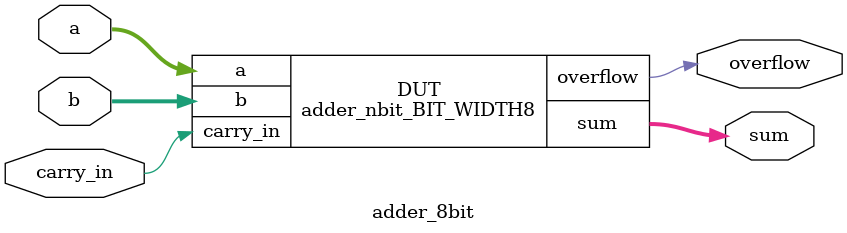
<source format=v>


module adder_1bit_7 ( a, b, carry_in, sum, carry_out );
  input a, b, carry_in;
  output sum, carry_out;
  wire   n1, n2;

  XOR2X1 U1 ( .A(carry_in), .B(n1), .Y(sum) );
  INVX1 U2 ( .A(n2), .Y(carry_out) );
  AOI22X1 U3 ( .A(b), .B(a), .C(n1), .D(carry_in), .Y(n2) );
  XOR2X1 U4 ( .A(a), .B(b), .Y(n1) );
endmodule


module adder_1bit_0 ( a, b, carry_in, sum, carry_out );
  input a, b, carry_in;
  output sum, carry_out;
  wire   n1, n2;

  XOR2X1 U1 ( .A(carry_in), .B(n1), .Y(sum) );
  INVX1 U2 ( .A(n2), .Y(carry_out) );
  AOI22X1 U3 ( .A(b), .B(a), .C(n1), .D(carry_in), .Y(n2) );
  XOR2X1 U4 ( .A(a), .B(b), .Y(n1) );
endmodule


module adder_1bit_1 ( a, b, carry_in, sum, carry_out );
  input a, b, carry_in;
  output sum, carry_out;
  wire   n1, n2;

  XOR2X1 U1 ( .A(carry_in), .B(n1), .Y(sum) );
  INVX1 U2 ( .A(n2), .Y(carry_out) );
  AOI22X1 U3 ( .A(b), .B(a), .C(n1), .D(carry_in), .Y(n2) );
  XOR2X1 U4 ( .A(a), .B(b), .Y(n1) );
endmodule


module adder_1bit_2 ( a, b, carry_in, sum, carry_out );
  input a, b, carry_in;
  output sum, carry_out;
  wire   n1, n2;

  XOR2X1 U1 ( .A(carry_in), .B(n1), .Y(sum) );
  INVX1 U2 ( .A(n2), .Y(carry_out) );
  AOI22X1 U3 ( .A(b), .B(a), .C(n1), .D(carry_in), .Y(n2) );
  XOR2X1 U4 ( .A(a), .B(b), .Y(n1) );
endmodule


module adder_1bit_3 ( a, b, carry_in, sum, carry_out );
  input a, b, carry_in;
  output sum, carry_out;
  wire   n1, n2;

  XOR2X1 U1 ( .A(carry_in), .B(n1), .Y(sum) );
  INVX1 U2 ( .A(n2), .Y(carry_out) );
  AOI22X1 U3 ( .A(b), .B(a), .C(n1), .D(carry_in), .Y(n2) );
  XOR2X1 U4 ( .A(a), .B(b), .Y(n1) );
endmodule


module adder_1bit_4 ( a, b, carry_in, sum, carry_out );
  input a, b, carry_in;
  output sum, carry_out;
  wire   n1, n2;

  XOR2X1 U1 ( .A(carry_in), .B(n1), .Y(sum) );
  INVX1 U2 ( .A(n2), .Y(carry_out) );
  AOI22X1 U3 ( .A(b), .B(a), .C(n1), .D(carry_in), .Y(n2) );
  XOR2X1 U4 ( .A(a), .B(b), .Y(n1) );
endmodule


module adder_1bit_5 ( a, b, carry_in, sum, carry_out );
  input a, b, carry_in;
  output sum, carry_out;
  wire   n1, n2;

  XOR2X1 U1 ( .A(carry_in), .B(n1), .Y(sum) );
  INVX1 U2 ( .A(n2), .Y(carry_out) );
  AOI22X1 U3 ( .A(b), .B(a), .C(n1), .D(carry_in), .Y(n2) );
  XOR2X1 U4 ( .A(a), .B(b), .Y(n1) );
endmodule


module adder_1bit_6 ( a, b, carry_in, sum, carry_out );
  input a, b, carry_in;
  output sum, carry_out;
  wire   n1, n2;

  XOR2X1 U1 ( .A(carry_in), .B(n1), .Y(sum) );
  INVX1 U2 ( .A(n2), .Y(carry_out) );
  AOI22X1 U3 ( .A(b), .B(a), .C(n1), .D(carry_in), .Y(n2) );
  XOR2X1 U4 ( .A(a), .B(b), .Y(n1) );
endmodule


module adder_nbit_BIT_WIDTH8 ( a, b, carry_in, sum, overflow );
  input [7:0] a;
  input [7:0] b;
  output [7:0] sum;
  input carry_in;
  output overflow;

  wire   [7:1] carrys;

  adder_1bit_7 \genblk1[0].IX  ( .a(a[0]), .b(b[0]), .carry_in(carry_in), 
        .sum(sum[0]), .carry_out(carrys[1]) );
  adder_1bit_6 \genblk1[1].IX  ( .a(a[1]), .b(b[1]), .carry_in(carrys[1]), 
        .sum(sum[1]), .carry_out(carrys[2]) );
  adder_1bit_5 \genblk1[2].IX  ( .a(a[2]), .b(b[2]), .carry_in(carrys[2]), 
        .sum(sum[2]), .carry_out(carrys[3]) );
  adder_1bit_4 \genblk1[3].IX  ( .a(a[3]), .b(b[3]), .carry_in(carrys[3]), 
        .sum(sum[3]), .carry_out(carrys[4]) );
  adder_1bit_3 \genblk1[4].IX  ( .a(a[4]), .b(b[4]), .carry_in(carrys[4]), 
        .sum(sum[4]), .carry_out(carrys[5]) );
  adder_1bit_2 \genblk1[5].IX  ( .a(a[5]), .b(b[5]), .carry_in(carrys[5]), 
        .sum(sum[5]), .carry_out(carrys[6]) );
  adder_1bit_1 \genblk1[6].IX  ( .a(a[6]), .b(b[6]), .carry_in(carrys[6]), 
        .sum(sum[6]), .carry_out(carrys[7]) );
  adder_1bit_0 \genblk1[7].IX  ( .a(a[7]), .b(b[7]), .carry_in(carrys[7]), 
        .sum(sum[7]), .carry_out(overflow) );
endmodule


module adder_8bit ( a, b, carry_in, sum, overflow );
  input [7:0] a;
  input [7:0] b;
  output [7:0] sum;
  input carry_in;
  output overflow;


  adder_nbit_BIT_WIDTH8 DUT ( .a(a), .b(b), .carry_in(carry_in), .sum(sum), 
        .overflow(overflow) );
endmodule


</source>
